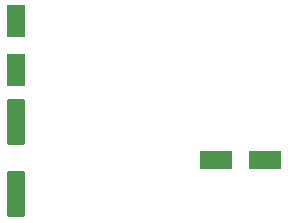
<source format=gtp>
%TF.GenerationSoftware,KiCad,Pcbnew,(6.0.5)*%
%TF.CreationDate,2023-01-03T16:46:16+01:00*%
%TF.ProjectId,Photo_table,50686f74-6f5f-4746-9162-6c652e6b6963,rev?*%
%TF.SameCoordinates,Original*%
%TF.FileFunction,Paste,Top*%
%TF.FilePolarity,Positive*%
%FSLAX46Y46*%
G04 Gerber Fmt 4.6, Leading zero omitted, Abs format (unit mm)*
G04 Created by KiCad (PCBNEW (6.0.5)) date 2023-01-03 16:46:16*
%MOMM*%
%LPD*%
G01*
G04 APERTURE LIST*
G04 Aperture macros list*
%AMRoundRect*
0 Rectangle with rounded corners*
0 $1 Rounding radius*
0 $2 $3 $4 $5 $6 $7 $8 $9 X,Y pos of 4 corners*
0 Add a 4 corners polygon primitive as box body*
4,1,4,$2,$3,$4,$5,$6,$7,$8,$9,$2,$3,0*
0 Add four circle primitives for the rounded corners*
1,1,$1+$1,$2,$3*
1,1,$1+$1,$4,$5*
1,1,$1+$1,$6,$7*
1,1,$1+$1,$8,$9*
0 Add four rect primitives between the rounded corners*
20,1,$1+$1,$2,$3,$4,$5,0*
20,1,$1+$1,$4,$5,$6,$7,0*
20,1,$1+$1,$6,$7,$8,$9,0*
20,1,$1+$1,$8,$9,$2,$3,0*%
G04 Aperture macros list end*
%ADD10RoundRect,0.250000X-1.137500X-0.550000X1.137500X-0.550000X1.137500X0.550000X-1.137500X0.550000X0*%
%ADD11RoundRect,0.250000X0.550000X-1.712500X0.550000X1.712500X-0.550000X1.712500X-0.550000X-1.712500X0*%
%ADD12RoundRect,0.250000X-0.550000X1.137500X-0.550000X-1.137500X0.550000X-1.137500X0.550000X1.137500X0*%
G04 APERTURE END LIST*
D10*
X107037500Y-90600000D03*
X111162500Y-90600000D03*
D11*
X90100000Y-93537500D03*
X90100000Y-87362500D03*
D12*
X90100000Y-78887500D03*
X90100000Y-83012500D03*
M02*

</source>
